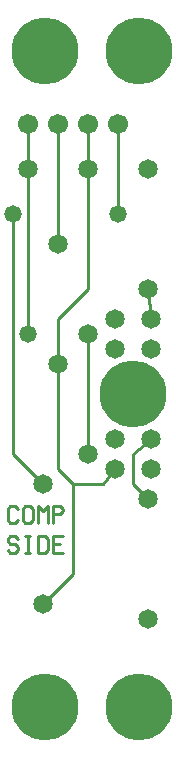
<source format=gtl>
%MOIN*%
%FSLAX25Y25*%
G04 D10 used for Character Trace; *
G04     Circle (OD=.01000) (No hole)*
G04 D11 used for Power Trace; *
G04     Circle (OD=.06700) (No hole)*
G04 D12 used for Signal Trace; *
G04     Circle (OD=.01100) (No hole)*
G04 D13 used for Via; *
G04     Circle (OD=.05800) (Round. Hole ID=.02800)*
G04 D14 used for Component hole; *
G04     Circle (OD=.06500) (Round. Hole ID=.03500)*
G04 D15 used for Component hole; *
G04     Circle (OD=.06700) (Round. Hole ID=.04300)*
G04 D16 used for Component hole; *
G04     Circle (OD=.08100) (Round. Hole ID=.05100)*
G04 D17 used for Component hole; *
G04     Circle (OD=.08900) (Round. Hole ID=.05900)*
G04 D18 used for Component hole; *
G04     Circle (OD=.11300) (Round. Hole ID=.08300)*
G04 D19 used for Component hole; *
G04     Circle (OD=.16000) (Round. Hole ID=.13000)*
G04 D20 used for Component hole; *
G04     Circle (OD=.18300) (Round. Hole ID=.15300)*
G04 D21 used for Component hole; *
G04     Circle (OD=.22291) (Round. Hole ID=.19291)*
%ADD10C,.01000*%
%ADD11C,.06700*%
%ADD12C,.01100*%
%ADD13C,.05800*%
%ADD14C,.06500*%
%ADD15C,.06700*%
%ADD16C,.08100*%
%ADD17C,.08900*%
%ADD18C,.11300*%
%ADD19C,.16000*%
%ADD20C,.18300*%
%ADD21C,.22291*%
%IPPOS*%
%LPD*%
G90*X0Y0D02*D21*X15625Y15625D03*X46875D03*D14*    
X15000Y50000D03*D12*X25000Y60000D01*Y90000D01*    
X35000D01*X39000Y95000D01*D14*D03*D12*            
X50000Y85000D02*X45000Y90000D01*D14*              
X50000Y85000D03*D12*X45000Y90000D02*Y100000D01*   
X51000Y105000D01*D14*D03*X39000D03*               
X51000Y95000D03*D21*X45000Y120000D03*D14*         
X30000Y100000D03*D12*Y140000D01*D14*D03*          
X20000Y130000D03*D12*Y95000D01*X25000Y90000D01*   
D14*X15000D03*D12*X5000Y100000D01*Y180000D01*D13* 
D03*D14*X20000Y170000D03*D12*Y210000D01*D15*D03*  
X30000D03*D12*Y195000D01*D14*D03*D12*Y155000D01*  
X20000Y145000D01*Y130000D01*D13*X10000Y140000D03* 
D12*Y195000D01*D14*D03*D12*Y210000D01*D15*D03*D21*
X15625Y234375D03*D13*X40000Y180000D03*D12*        
Y210000D01*D15*D03*D14*X50000Y195000D03*D21*      
X46875Y234375D03*D14*X50000Y155000D03*D12*        
X51000Y145000D01*D14*D03*X39000Y135000D03*        
Y145000D03*X51000Y135000D03*D10*X6674Y78086D02*   
X5837Y77129D01*X4163D01*X3326Y78086D01*Y81914D01* 
X4163Y82871D01*X5837D01*X6674Y81914D01*           
X11674Y78086D02*X10837Y77129D01*X9163D01*         
X8326Y78086D01*Y81914D01*X9163Y82871D01*X10837D01*
X11674Y81914D01*Y78086D01*X13326Y77129D02*        
Y82871D01*X15000Y80957D01*X16674Y82871D01*        
Y77129D01*X18326D02*Y82871D01*X20837D01*          
X21674Y81914D01*Y80957D01*X20837Y80000D01*        
X18326D01*X6674Y71914D02*X5837Y72871D01*X4163D01* 
X3326Y71914D01*Y70957D01*X4163Y70000D01*X5837D01* 
X6674Y69043D01*Y68086D01*X5837Y67129D01*X4163D01* 
X3326Y68086D01*X10000Y67129D02*Y72871D01*         
X9163Y67129D02*X10837D01*X9163Y72871D02*X10837D01*
X13326Y67129D02*Y72871D01*X15837D01*              
X16674Y71914D01*Y68086D01*X15837Y67129D01*        
X13326D01*X21674D02*X18326D01*Y72871D01*X21674D01*
X18326Y70000D02*X20837D01*D14*X50000Y45000D03*M02*

</source>
